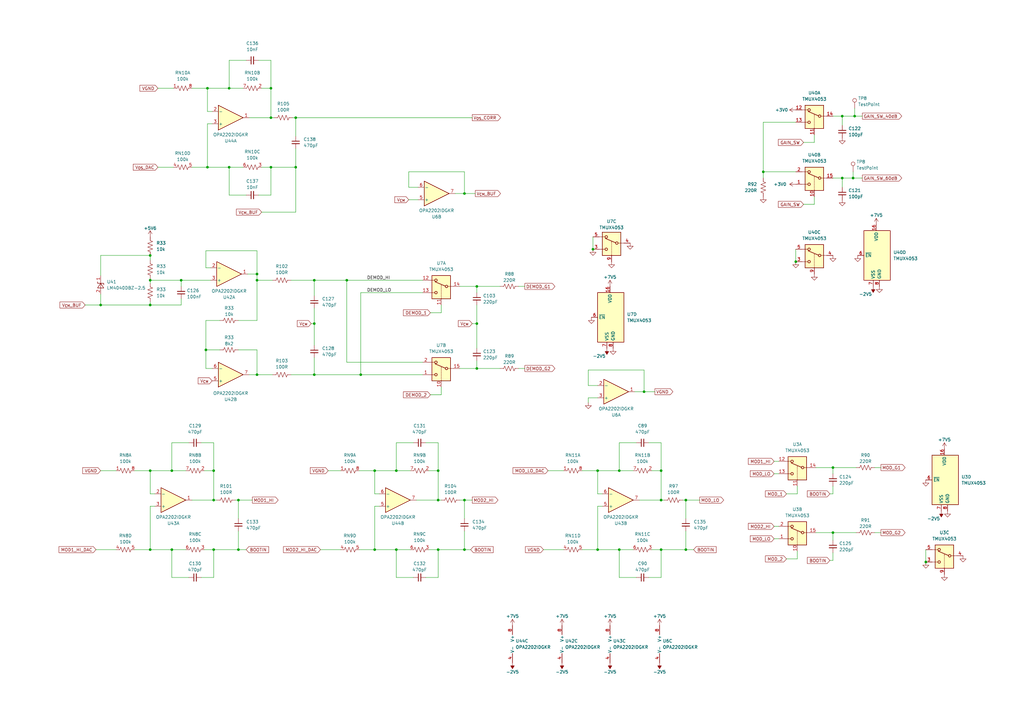
<source format=kicad_sch>
(kicad_sch (version 20230121) (generator eeschema)
  (paper "A3")
  (lib_symbols
    (symbol "Amplifier_Operational:OPA2202IDGKR" (pin_names (offset 0.127))
      (property "Reference" "U" (at 2.54 6.35 0))
      (property "Value" "OPA2202IDGKR" (at 2.54 3.81 0))
      (symbol "OPA2202IDGKR_1_1"
        (pin output line (at 7.62 0 180) (length 2.54) (name "~") (number "1"))
        (pin input line (at -7.62 -2.54 0) (length 2.54) (name "-") (number "2"))
        (pin input line (at -7.62 2.54 0) (length 2.54) (name "+") (number "3"))
      )
      (symbol "OPA2202IDGKR_2_1"
        (pin input line (at -7.62 2.54 0) (length 2.54) (name "+") (number "5"))
        (pin input line (at -7.62 -2.54 0) (length 2.54) (name "-") (number "6"))
        (pin output line (at 7.62 0 180) (length 2.54) (name "~") (number "7"))
      )
      (symbol "OPA2202IDGKR_3_1"
        (pin power_in line (at 0 -7.62 90) (length 3.81) (name "V-") (number "4"))
        (pin power_in line (at 0 7.62 270) (length 3.81) (name "V+") (number "8"))
      )
    )
    (symbol "Analog_Switch:TMUX4053"
      (property "Reference" "U" (at -0.635 5.715 0))
      (property "Value" "TMUX4053" (at -5.08 3.81 0))
      (symbol "TMUX4053_1_1"
        (pin input line (at 0 -10.16 90) (length 2.54) (name "~") (number "11"))
        (pin passive line (at 7.62 0 180) (length 2.54) (name "~") (number "12"))
        (pin passive line (at 7.62 -5.08 180) (length 2.54) (name "~") (number "13"))
        (pin passive line (at -7.62 -2.54 0) (length 2.54) (name "~") (number "14"))
      )
      (symbol "TMUX4053_2_1"
        (pin passive line (at 7.62 -5.08 180) (length 2.54) (name "~") (number "1"))
        (pin input line (at 0 -10.16 90) (length 2.54) (name "~") (number "10"))
        (pin passive line (at -7.62 -2.54 0) (length 2.54) (name "~") (number "15"))
        (pin passive line (at 7.62 0 180) (length 2.54) (name "~") (number "2"))
      )
      (symbol "TMUX4053_3_1"
        (pin passive line (at 7.62 -5.08 180) (length 2.54) (name "~") (number "3"))
        (pin passive line (at -7.62 -2.54 0) (length 2.54) (name "~") (number "4"))
        (pin passive line (at 7.62 0 180) (length 2.54) (name "~") (number "5"))
        (pin input line (at 0 -10.16 90) (length 2.54) (name "~") (number "9"))
      )
      (symbol "TMUX4053_4_0"
        (pin power_in line (at 0 12.7 270) (length 2.54) (name "VDD") (number "16"))
        (pin input line (at -7.62 0 0) (length 2.54) (name "~{EN}") (number "6"))
        (pin power_in line (at -1.27 -12.7 90) (length 2.54) (name "VSS") (number "7"))
        (pin power_in line (at 1.27 -12.7 90) (length 2.54) (name "GND") (number "8"))
      )
    )
    (symbol "Connector:TestPoint" (pin_numbers hide) (pin_names (offset 0.762) hide)
      (property "Reference" "TP" (at 0 6.858 0))
      (property "Value" "TestPoint" (at 0 5.08 0))
      (symbol "TestPoint_1_1"
        (pin passive line (at 0 0 90) (length 2.54) (name "1") (number "1"))
      )
    )
    (symbol "Device:C_Small" (pin_numbers hide) (pin_names (offset 0.254) hide)
      (property "Reference" "C" (at 0.254 1.778 0))
      (property "Value" "C_Small" (at 0.254 -2.032 0))
      (symbol "C_Small_1_1"
        (pin passive line (at 0 2.54 270) (length 2.032) (name "~") (number "1"))
        (pin passive line (at 0 -2.54 90) (length 2.032) (name "~") (number "2"))
      )
    )
    (symbol "Device:R_US" (pin_numbers hide) (pin_names (offset 0))
      (property "Reference" "R" (at 2.54 0 90))
      (property "Value" "R_US" (at -2.54 0 90))
      (symbol "R_US_1_1"
        (pin passive line (at 0 3.81 270) (length 1.27) (name "~") (number "1"))
        (pin passive line (at 0 -3.81 90) (length 1.27) (name "~") (number "2"))
      )
    )
    (symbol "Device:R_array_US_4parallel" (pin_names (offset 0))
      (property "Reference" "RN" (at 2.54 0 90))
      (property "Value" "R_array_US_4parallel" (at -2.54 0 90))
      (symbol "R_array_US_4parallel_1_1"
        (pin passive line (at 0 3.81 270) (length 1.27) (name "~") (number "1"))
        (pin passive line (at 0 -3.81 90) (length 1.27) (name "~") (number "8"))
      )
      (symbol "R_array_US_4parallel_2_1"
        (pin passive line (at 0 3.81 270) (length 1.27) (name "~") (number "2"))
        (pin passive line (at 0 -3.81 90) (length 1.27) (name "~") (number "7"))
      )
      (symbol "R_array_US_4parallel_3_1"
        (pin passive line (at 0 3.81 270) (length 1.27) (name "~") (number "3"))
        (pin passive line (at 0 -3.81 90) (length 1.27) (name "~") (number "6"))
      )
      (symbol "R_array_US_4parallel_4_1"
        (pin passive line (at 0 3.81 270) (length 1.27) (name "~") (number "4"))
        (pin passive line (at 0 -3.81 90) (length 1.27) (name "~") (number "5"))
      )
    )
    (symbol "Reference_Voltage:LM4040DBZ-2.5" (pin_names (offset 0.0254) hide)
      (property "Reference" "U" (at 0 2.54 0))
      (property "Value" "LM4040DBZ-2.5" (at 0 -3.175 0))
      (symbol "LM4040DBZ-2.5_1_1"
        (pin passive line (at 3.81 0 180) (length 2.54) (name "K") (number "1"))
        (pin passive line (at -3.81 0 0) (length 2.54) (name "A") (number "2"))
      )
    )
    (symbol "power:+3V0" (power) (pin_names (offset 0))
      (property "Value" "+3V0" (at 0 3.556 0))
      (symbol "+3V0_1_1"
        (pin power_in line (at 0 0 90) (length 0) hide (name "+3V0") (number "1"))
      )
    )
    (symbol "power:+5V6" (power) (pin_names (offset 0))
      (property "Value" "+5V6" (at 0 3.556 0))
      (symbol "+5V6_1_1"
        (pin power_in line (at 0 0 90) (length 0) hide (name "+5V6") (number "1"))
      )
    )
    (symbol "power:+7V5" (power) (pin_names (offset 0))
      (property "Value" "+7V5" (at 0 3.556 0))
      (symbol "+7V5_1_1"
        (pin power_in line (at 0 0 90) (length 0) hide (name "+7V5") (number "1"))
      )
    )
    (symbol "power:-2V5" (power) (pin_names (offset 0))
      (property "Value" "-2V5" (at 0 3.81 0))
      (symbol "-2V5_0_0"
        (pin power_in line (at 0 0 90) (length 0) hide (name "-2V5") (number "1"))
      )
    )
    (symbol "power:GND" (power) (pin_names (offset 0))
      (property "Value" "GND" (at 0 -3.81 0))
      (symbol "GND_1_1"
        (pin power_in line (at 0 0 270) (length 0) hide (name "GND") (number "1"))
      )
    )
  )
  (junction (at 93.98 68.58))
  (junction (at 341.63 218.44))
  (junction (at 190.5 79.375))
  (junction (at 147.955 153.67))
  (junction (at 345.44 47.625))
  (junction (at 179.705 225.425))
  (junction (at 264.16 160.655))
  (junction (at 97.79 225.425))
  (junction (at 271.145 225.425))
  (junction (at 281.305 225.425))
  (junction (at 326.39 107.315))
  (junction (at 87.63 205.105))
  (junction (at 128.905 114.935))
  (junction (at 379.73 230.505))
  (junction (at 41.275 125.095))
  (junction (at 271.145 205.105))
  (junction (at 61.595 193.04))
  (junction (at 85.09 36.195))
  (junction (at 243.205 102.235))
  (junction (at 111.125 36.195))
  (junction (at 128.905 132.715))
  (junction (at 349.885 73.025))
  (junction (at 190.5 205.105))
  (junction (at 345.44 73.025))
  (junction (at 87.63 193.04))
  (junction (at 153.67 193.04))
  (junction (at 84.455 143.51))
  (junction (at 70.485 193.04))
  (junction (at 254 225.425))
  (junction (at 195.58 132.715))
  (junction (at 153.67 225.425))
  (junction (at 195.58 151.13))
  (junction (at 162.56 193.04))
  (junction (at 162.56 225.425))
  (junction (at 190.5 225.425))
  (junction (at 61.595 125.095))
  (junction (at 61.595 104.775))
  (junction (at 111.125 68.58))
  (junction (at 313.055 70.485))
  (junction (at 281.305 205.105))
  (junction (at 245.11 225.425))
  (junction (at 179.705 205.105))
  (junction (at 254 193.04))
  (junction (at 121.285 48.26))
  (junction (at 350.52 47.625))
  (junction (at 61.595 225.425))
  (junction (at 142.24 114.935))
  (junction (at 97.79 205.105))
  (junction (at 93.98 36.195))
  (junction (at 245.11 193.04))
  (junction (at 179.705 193.04))
  (junction (at 271.145 193.04))
  (junction (at 105.41 153.67))
  (junction (at 105.41 112.395))
  (junction (at 341.63 191.77))
  (junction (at 111.125 48.26))
  (junction (at 74.295 114.935))
  (junction (at 85.09 68.58))
  (junction (at 61.595 114.935))
  (junction (at 121.285 68.58))
  (junction (at 105.41 114.935))
  (junction (at 195.58 117.475))
  (junction (at 87.63 225.425))
  (junction (at 70.485 225.425))
  (junction (at 128.905 153.67))
  (wire (pts (xy 264.16 160.655) (xy 268.605 160.655)))
  (wire (pts (xy 128.905 114.935) (xy 142.24 114.935)))
  (wire (pts (xy 241.3 158.115) (xy 241.3 151.765)))
  (wire (pts (xy 61.595 225.425) (xy 70.485 225.425)))
  (wire (pts (xy 241.3 163.195) (xy 241.3 165.1)))
  (wire (pts (xy 212.725 117.475) (xy 215.265 117.475)))
  (wire (pts (xy 327.025 229.235) (xy 327.025 226.06)))
  (wire (pts (xy 174.625 181.61) (xy 179.705 181.61)))
  (wire (pts (xy 97.79 143.51) (xy 105.41 143.51)))
  (wire (pts (xy 153.67 225.425) (xy 162.56 225.425)))
  (wire (pts (xy 107.315 36.195) (xy 111.125 36.195)))
  (wire (pts (xy 188.595 151.13) (xy 195.58 151.13)))
  (wire (pts (xy 281.305 205.105) (xy 281.305 212.725)))
  (wire (pts (xy 190.5 217.805) (xy 190.5 225.425)))
  (wire (pts (xy 63.5 207.645) (xy 61.595 207.645)))
  (wire (pts (xy 142.24 148.59) (xy 173.355 148.59)))
  (wire (pts (xy 175.895 193.04) (xy 179.705 193.04)))
  (wire (pts (xy 105.41 143.51) (xy 105.41 153.67)))
  (wire (pts (xy 190.5 70.485) (xy 190.5 79.375)))
  (wire (pts (xy 147.955 153.67) (xy 173.355 153.67)))
  (wire (pts (xy 93.98 36.195) (xy 93.98 24.765)))
  (wire (pts (xy 97.79 205.105) (xy 97.79 212.725)))
  (wire (pts (xy 84.455 143.51) (xy 84.455 151.13)))
  (wire (pts (xy 85.09 68.58) (xy 93.98 68.58)))
  (wire (pts (xy 340.36 202.565) (xy 341.63 202.565)))
  (wire (pts (xy 39.37 225.425) (xy 47.625 225.425)))
  (wire (pts (xy 85.09 50.8) (xy 85.09 68.58)))
  (wire (pts (xy 84.455 151.13) (xy 86.995 151.13)))
  (wire (pts (xy 271.145 181.61) (xy 271.145 193.04)))
  (wire (pts (xy 195.58 151.13) (xy 195.58 147.955)))
  (wire (pts (xy 245.11 207.645) (xy 245.11 225.425)))
  (wire (pts (xy 271.145 205.105) (xy 262.255 205.105)))
  (wire (pts (xy 127.635 132.715) (xy 128.905 132.715)))
  (wire (pts (xy 96.52 205.105) (xy 97.79 205.105)))
  (wire (pts (xy 245.11 202.565) (xy 245.11 193.04)))
  (wire (pts (xy 70.485 225.425) (xy 76.2 225.425)))
  (wire (pts (xy 87.63 236.855) (xy 87.63 225.425)))
  (wire (pts (xy 222.885 225.425) (xy 231.14 225.425)))
  (wire (pts (xy 267.335 225.425) (xy 271.145 225.425)))
  (wire (pts (xy 313.055 70.485) (xy 326.39 70.485)))
  (wire (pts (xy 64.77 68.58) (xy 71.12 68.58)))
  (wire (pts (xy 87.63 225.425) (xy 97.79 225.425)))
  (wire (pts (xy 280.035 205.105) (xy 281.305 205.105)))
  (wire (pts (xy 329.565 83.82) (xy 334.01 83.82)))
  (wire (pts (xy 176.53 128.27) (xy 180.975 128.27)))
  (wire (pts (xy 345.44 51.435) (xy 345.44 47.625)))
  (wire (pts (xy 212.725 151.13) (xy 215.265 151.13)))
  (wire (pts (xy 70.485 193.04) (xy 70.485 181.61)))
  (wire (pts (xy 55.245 193.04) (xy 61.595 193.04)))
  (wire (pts (xy 266.065 181.61) (xy 271.145 181.61)))
  (wire (pts (xy 41.275 193.04) (xy 47.625 193.04)))
  (wire (pts (xy 111.125 24.765) (xy 111.125 36.195)))
  (wire (pts (xy 241.3 151.765) (xy 264.16 151.765)))
  (wire (pts (xy 153.67 193.04) (xy 162.56 193.04)))
  (wire (pts (xy 85.09 36.195) (xy 93.98 36.195)))
  (wire (pts (xy 254 225.425) (xy 259.715 225.425)))
  (wire (pts (xy 61.595 114.935) (xy 61.595 116.205)))
  (wire (pts (xy 142.24 114.935) (xy 173.355 114.935)))
  (wire (pts (xy 247.015 207.645) (xy 245.11 207.645)))
  (wire (pts (xy 167.64 81.915) (xy 171.45 81.915)))
  (wire (pts (xy 345.44 73.025) (xy 349.885 73.025)))
  (wire (pts (xy 188.595 117.475) (xy 195.58 117.475)))
  (wire (pts (xy 131.445 225.425) (xy 139.7 225.425)))
  (wire (pts (xy 188.595 205.105) (xy 190.5 205.105)))
  (wire (pts (xy 105.41 153.67) (xy 111.76 153.67)))
  (wire (pts (xy 106.045 80.01) (xy 111.125 80.01)))
  (wire (pts (xy 121.285 86.995) (xy 107.315 86.995)))
  (wire (pts (xy 266.065 236.855) (xy 271.145 236.855)))
  (wire (pts (xy 147.955 120.015) (xy 173.355 120.015)))
  (wire (pts (xy 313.055 50.165) (xy 313.055 70.485)))
  (wire (pts (xy 190.5 205.105) (xy 190.5 212.725)))
  (wire (pts (xy 195.58 117.475) (xy 195.58 120.015)))
  (wire (pts (xy 345.44 76.835) (xy 345.44 73.025)))
  (wire (pts (xy 238.76 193.04) (xy 245.11 193.04)))
  (wire (pts (xy 86.995 50.8) (xy 85.09 50.8)))
  (wire (pts (xy 86.995 45.72) (xy 85.09 45.72)))
  (wire (pts (xy 90.17 131.445) (xy 84.455 131.445)))
  (wire (pts (xy 97.79 205.105) (xy 103.505 205.105)))
  (wire (pts (xy 61.595 193.04) (xy 70.485 193.04)))
  (wire (pts (xy 41.275 104.775) (xy 61.595 104.775)))
  (wire (pts (xy 190.5 225.425) (xy 193.04 225.425)))
  (wire (pts (xy 83.82 225.425) (xy 87.63 225.425)))
  (wire (pts (xy 245.11 193.04) (xy 254 193.04)))
  (wire (pts (xy 313.055 50.165) (xy 326.39 50.165)))
  (wire (pts (xy 267.335 193.04) (xy 271.145 193.04)))
  (wire (pts (xy 167.64 76.835) (xy 167.64 70.485)))
  (wire (pts (xy 70.485 181.61) (xy 77.47 181.61)))
  (wire (pts (xy 61.595 114.3) (xy 61.595 114.935)))
  (wire (pts (xy 271.145 193.04) (xy 271.145 205.105)))
  (wire (pts (xy 74.295 114.935) (xy 86.36 114.935)))
  (wire (pts (xy 281.305 217.805) (xy 281.305 225.425)))
  (wire (pts (xy 84.455 143.51) (xy 90.17 143.51)))
  (wire (pts (xy 120.015 48.26) (xy 121.285 48.26)))
  (wire (pts (xy 93.98 80.01) (xy 100.965 80.01)))
  (wire (pts (xy 180.975 128.27) (xy 180.975 125.095)))
  (wire (pts (xy 162.56 193.04) (xy 162.56 181.61)))
  (wire (pts (xy 317.5 189.23) (xy 319.405 189.23)))
  (wire (pts (xy 195.58 117.475) (xy 205.105 117.475)))
  (wire (pts (xy 327.025 202.565) (xy 327.025 199.39)))
  (wire (pts (xy 195.58 151.13) (xy 205.105 151.13)))
  (wire (pts (xy 334.645 191.77) (xy 341.63 191.77)))
  (wire (pts (xy 245.11 225.425) (xy 254 225.425)))
  (wire (pts (xy 105.41 131.445) (xy 97.79 131.445)))
  (wire (pts (xy 153.67 202.565) (xy 153.67 193.04)))
  (wire (pts (xy 190.5 205.105) (xy 193.675 205.105)))
  (wire (pts (xy 128.905 153.67) (xy 147.955 153.67)))
  (wire (pts (xy 334.645 218.44) (xy 341.63 218.44)))
  (wire (pts (xy 341.63 191.77) (xy 341.63 194.31)))
  (wire (pts (xy 63.5 202.565) (xy 61.595 202.565)))
  (wire (pts (xy 238.76 225.425) (xy 245.11 225.425)))
  (wire (pts (xy 105.41 102.87) (xy 105.41 112.395)))
  (wire (pts (xy 176.53 161.925) (xy 180.975 161.925)))
  (wire (pts (xy 264.16 151.765) (xy 264.16 160.655)))
  (wire (pts (xy 41.275 125.095) (xy 41.275 120.65)))
  (wire (pts (xy 179.705 181.61) (xy 179.705 193.04)))
  (wire (pts (xy 86.36 109.855) (xy 84.455 109.855)))
  (wire (pts (xy 61.595 207.645) (xy 61.595 225.425)))
  (wire (pts (xy 121.285 48.26) (xy 193.675 48.26)))
  (wire (pts (xy 329.565 58.42) (xy 334.01 58.42)))
  (wire (pts (xy 241.3 163.195) (xy 245.11 163.195)))
  (wire (pts (xy 175.895 225.425) (xy 179.705 225.425)))
  (wire (pts (xy 254 193.04) (xy 254 181.61)))
  (wire (pts (xy 93.98 24.765) (xy 100.965 24.765)))
  (wire (pts (xy 83.82 193.04) (xy 87.63 193.04)))
  (wire (pts (xy 167.64 70.485) (xy 190.5 70.485)))
  (wire (pts (xy 195.58 132.715) (xy 195.58 142.875)))
  (wire (pts (xy 190.5 79.375) (xy 194.945 79.375)))
  (wire (pts (xy 162.56 193.04) (xy 168.275 193.04)))
  (wire (pts (xy 162.56 236.855) (xy 169.545 236.855)))
  (wire (pts (xy 105.41 114.935) (xy 105.41 131.445)))
  (wire (pts (xy 61.595 125.095) (xy 74.295 125.095)))
  (wire (pts (xy 313.055 70.485) (xy 313.055 73.025)))
  (wire (pts (xy 254 236.855) (xy 260.985 236.855)))
  (wire (pts (xy 254 193.04) (xy 259.715 193.04)))
  (wire (pts (xy 93.98 68.58) (xy 99.695 68.58)))
  (wire (pts (xy 254 181.61) (xy 260.985 181.61)))
  (wire (pts (xy 334.01 83.82) (xy 334.01 80.645)))
  (wire (pts (xy 93.98 68.58) (xy 93.98 80.01)))
  (wire (pts (xy 341.63 218.44) (xy 341.63 221.615)))
  (wire (pts (xy 147.955 120.015) (xy 147.955 153.67)))
  (wire (pts (xy 340.36 229.87) (xy 341.63 229.87)))
  (wire (pts (xy 61.595 123.825) (xy 61.595 125.095)))
  (wire (pts (xy 179.705 205.105) (xy 170.815 205.105)))
  (wire (pts (xy 61.595 202.565) (xy 61.595 193.04)))
  (wire (pts (xy 97.79 225.425) (xy 100.965 225.425)))
  (wire (pts (xy 341.63 202.565) (xy 341.63 199.39)))
  (wire (pts (xy 317.5 194.31) (xy 319.405 194.31)))
  (wire (pts (xy 281.305 225.425) (xy 284.48 225.425)))
  (wire (pts (xy 128.905 132.715) (xy 128.905 126.365)))
  (wire (pts (xy 174.625 236.855) (xy 179.705 236.855)))
  (wire (pts (xy 78.74 68.58) (xy 85.09 68.58)))
  (wire (pts (xy 121.285 60.96) (xy 121.285 68.58)))
  (wire (pts (xy 128.905 132.715) (xy 128.905 141.605)))
  (wire (pts (xy 84.455 102.87) (xy 105.41 102.87)))
  (wire (pts (xy 87.63 205.105) (xy 78.74 205.105)))
  (wire (pts (xy 70.485 236.855) (xy 77.47 236.855)))
  (wire (pts (xy 128.905 114.935) (xy 128.905 121.285)))
  (wire (pts (xy 111.125 48.26) (xy 112.395 48.26)))
  (wire (pts (xy 74.295 117.475) (xy 74.295 114.935)))
  (wire (pts (xy 334.01 58.42) (xy 334.01 55.245)))
  (wire (pts (xy 105.41 112.395) (xy 105.41 114.935)))
  (wire (pts (xy 350.52 44.45) (xy 350.52 47.625)))
  (wire (pts (xy 281.305 205.105) (xy 287.02 205.105)))
  (wire (pts (xy 271.145 205.105) (xy 272.415 205.105)))
  (wire (pts (xy 224.79 193.04) (xy 231.14 193.04)))
  (wire (pts (xy 85.09 45.72) (xy 85.09 36.195)))
  (wire (pts (xy 74.295 125.095) (xy 74.295 122.555)))
  (wire (pts (xy 195.58 125.095) (xy 195.58 132.715)))
  (wire (pts (xy 147.32 225.425) (xy 153.67 225.425)))
  (wire (pts (xy 105.41 114.935) (xy 111.76 114.935)))
  (wire (pts (xy 341.63 229.87) (xy 341.63 226.695)))
  (wire (pts (xy 322.58 229.235) (xy 327.025 229.235)))
  (wire (pts (xy 82.55 181.61) (xy 87.63 181.61)))
  (wire (pts (xy 70.485 193.04) (xy 76.2 193.04)))
  (wire (pts (xy 64.77 36.195) (xy 71.12 36.195)))
  (wire (pts (xy 341.63 47.625) (xy 345.44 47.625)))
  (wire (pts (xy 34.925 125.095) (xy 41.275 125.095)))
  (wire (pts (xy 101.6 112.395) (xy 105.41 112.395)))
  (wire (pts (xy 41.275 104.775) (xy 41.275 113.03)))
  (wire (pts (xy 190.5 79.375) (xy 186.69 79.375)))
  (wire (pts (xy 264.16 160.655) (xy 260.35 160.655)))
  (wire (pts (xy 162.56 225.425) (xy 162.56 236.855)))
  (wire (pts (xy 142.24 114.935) (xy 142.24 148.59)))
  (wire (pts (xy 350.52 47.625) (xy 353.695 47.625)))
  (wire (pts (xy 121.285 68.58) (xy 121.285 86.995)))
  (wire (pts (xy 349.885 73.025) (xy 353.695 73.025)))
  (wire (pts (xy 245.11 158.115) (xy 241.3 158.115)))
  (wire (pts (xy 155.575 202.565) (xy 153.67 202.565)))
  (wire (pts (xy 87.63 205.105) (xy 88.9 205.105)))
  (wire (pts (xy 155.575 207.645) (xy 153.67 207.645)))
  (wire (pts (xy 111.125 80.01) (xy 111.125 68.58)))
  (wire (pts (xy 61.595 114.935) (xy 74.295 114.935)))
  (wire (pts (xy 254 225.425) (xy 254 236.855)))
  (wire (pts (xy 41.275 125.095) (xy 61.595 125.095)))
  (wire (pts (xy 317.5 220.98) (xy 319.405 220.98)))
  (wire (pts (xy 119.38 153.67) (xy 128.905 153.67)))
  (wire (pts (xy 87.63 181.61) (xy 87.63 193.04)))
  (wire (pts (xy 111.125 68.58) (xy 121.285 68.58)))
  (wire (pts (xy 111.125 36.195) (xy 111.125 48.26)))
  (wire (pts (xy 179.705 225.425) (xy 190.5 225.425)))
  (wire (pts (xy 70.485 225.425) (xy 70.485 236.855)))
  (wire (pts (xy 326.39 102.235) (xy 326.39 107.315)))
  (wire (pts (xy 84.455 109.855) (xy 84.455 102.87)))
  (wire (pts (xy 111.125 48.26) (xy 102.235 48.26)))
  (wire (pts (xy 358.775 191.77) (xy 361.315 191.77)))
  (wire (pts (xy 179.705 205.105) (xy 180.975 205.105)))
  (wire (pts (xy 247.015 202.565) (xy 245.11 202.565)))
  (wire (pts (xy 84.455 131.445) (xy 84.455 143.51)))
  (wire (pts (xy 322.58 202.565) (xy 327.025 202.565)))
  (wire (pts (xy 106.045 24.765) (xy 111.125 24.765)))
  (wire (pts (xy 180.975 161.925) (xy 180.975 158.75)))
  (wire (pts (xy 317.5 215.9) (xy 319.405 215.9)))
  (wire (pts (xy 121.285 48.26) (xy 121.285 55.88)))
  (wire (pts (xy 162.56 181.61) (xy 169.545 181.61)))
  (wire (pts (xy 271.145 236.855) (xy 271.145 225.425)))
  (wire (pts (xy 107.315 68.58) (xy 111.125 68.58)))
  (wire (pts (xy 105.41 153.67) (xy 102.235 153.67)))
  (wire (pts (xy 341.63 191.77) (xy 351.155 191.77)))
  (wire (pts (xy 128.905 146.685) (xy 128.905 153.67)))
  (wire (pts (xy 345.44 47.625) (xy 350.52 47.625)))
  (wire (pts (xy 345.44 73.025) (xy 341.63 73.025)))
  (wire (pts (xy 55.245 225.425) (xy 61.595 225.425)))
  (wire (pts (xy 82.55 236.855) (xy 87.63 236.855)))
  (wire (pts (xy 179.705 193.04) (xy 179.705 205.105)))
  (wire (pts (xy 379.73 225.425) (xy 379.73 230.505)))
  (wire (pts (xy 349.885 70.485) (xy 349.885 73.025)))
  (wire (pts (xy 119.38 114.935) (xy 128.905 114.935)))
  (wire (pts (xy 147.32 193.04) (xy 153.67 193.04)))
  (wire (pts (xy 179.705 236.855) (xy 179.705 225.425)))
  (wire (pts (xy 153.67 207.645) (xy 153.67 225.425)))
  (wire (pts (xy 97.79 217.805) (xy 97.79 225.425)))
  (wire (pts (xy 93.98 36.195) (xy 99.695 36.195)))
  (wire (pts (xy 243.205 97.155) (xy 243.205 102.235)))
  (wire (pts (xy 193.675 132.715) (xy 195.58 132.715)))
  (wire (pts (xy 87.63 193.04) (xy 87.63 205.105)))
  (wire (pts (xy 271.145 225.425) (xy 281.305 225.425)))
  (wire (pts (xy 358.775 218.44) (xy 361.315 218.44)))
  (wire (pts (xy 78.74 36.195) (xy 85.09 36.195)))
  (wire (pts (xy 341.63 218.44) (xy 351.155 218.44)))
  (wire (pts (xy 134.62 193.04) (xy 139.7 193.04)))
  (wire (pts (xy 61.595 104.775) (xy 61.595 106.68)))
  (wire (pts (xy 162.56 225.425) (xy 168.275 225.425)))
  (wire (pts (xy 171.45 76.835) (xy 167.64 76.835)))
  (label "DEMOD_HI" (at 150.495 114.935 0))
  (label "DEMOD_LO" (at 150.495 120.015 0))
  (global_label "BOOTIN" (shape input) (at 193.04 225.425 0) (property "Intersheetrefs" "${INTERSHEET_REFS}" (effects hide)))
  (global_label "DEMOD_G2" (shape output) (at 215.265 151.13 0) (property "Intersheetrefs" "${INTERSHEET_REFS}" (effects hide)))
  (global_label "MOD2_HI" (shape output) (at 193.675 205.105 0) (property "Intersheetrefs" "${INTERSHEET_REFS}" (effects hide)))
  (global_label "VGND" (shape input) (at 134.62 193.04 180) (property "Intersheetrefs" "${INTERSHEET_REFS}" (effects hide)))
  (global_label "MOD_LO_DAC" (shape input) (at 224.79 193.04 180) (property "Intersheetrefs" "${INTERSHEET_REFS}" (effects hide)))
  (global_label "GAIN_SW_60dB" (shape output) (at 353.695 73.025 0) (property "Intersheetrefs" "${INTERSHEET_REFS}" (effects hide)))
  (global_label "MOD_LO" (shape input) (at 317.5 194.31 180) (property "Intersheetrefs" "${INTERSHEET_REFS}" (effects hide)))
  (global_label "BOOTIN" (shape input) (at 340.36 229.87 180) (property "Intersheetrefs" "${INTERSHEET_REFS}" (effects hide)))
  (global_label "MOD_LO" (shape input) (at 317.5 220.98 180) (property "Intersheetrefs" "${INTERSHEET_REFS}" (effects hide)))
  (global_label "MOD_G2" (shape output) (at 361.315 218.44 0) (property "Intersheetrefs" "${INTERSHEET_REFS}" (effects hide)))
  (global_label "V_{CM}_BUF" (shape input) (at 107.315 86.995 180) (property "Intersheetrefs" "${INTERSHEET_REFS}" (effects hide)))
  (global_label "MOD1_HI_DAC" (shape input) (at 39.37 225.425 180) (property "Intersheetrefs" "${INTERSHEET_REFS}" (effects hide)))
  (global_label "MOD_2" (shape input) (at 322.58 229.235 180) (property "Intersheetrefs" "${INTERSHEET_REFS}" (effects hide)))
  (global_label "VGND" (shape output) (at 268.605 160.655 0) (property "Intersheetrefs" "${INTERSHEET_REFS}" (effects hide)))
  (global_label "MOD2_HI_DAC" (shape input) (at 131.445 225.425 180) (property "Intersheetrefs" "${INTERSHEET_REFS}" (effects hide)))
  (global_label "MOD_G1" (shape output) (at 361.315 191.77 0) (property "Intersheetrefs" "${INTERSHEET_REFS}" (effects hide)))
  (global_label "BOOTIN" (shape input) (at 284.48 225.425 0) (property "Intersheetrefs" "${INTERSHEET_REFS}" (effects hide)))
  (global_label "MOD1_HI" (shape output) (at 103.505 205.105 0) (property "Intersheetrefs" "${INTERSHEET_REFS}" (effects hide)))
  (global_label "MOD_LO" (shape output) (at 287.02 205.105 0) (property "Intersheetrefs" "${INTERSHEET_REFS}" (effects hide)))
  (global_label "BOOTIN" (shape input) (at 340.36 202.565 180) (property "Intersheetrefs" "${INTERSHEET_REFS}" (effects hide)))
  (global_label "V_{OS}_DAC" (shape input) (at 64.77 68.58 180) (property "Intersheetrefs" "${INTERSHEET_REFS}" (effects hide)))
  (global_label "V_{OS}_CORR" (shape output) (at 193.675 48.26 0) (property "Intersheetrefs" "${INTERSHEET_REFS}" (effects hide)))
  (global_label "V_{CM}" (shape input) (at 167.64 81.915 180) (property "Intersheetrefs" "${INTERSHEET_REFS}" (effects hide)))
  (global_label "MOD_1" (shape input) (at 322.58 202.565 180) (property "Intersheetrefs" "${INTERSHEET_REFS}" (effects hide)))
  (global_label "MOD1_HI" (shape input) (at 317.5 189.23 180) (property "Intersheetrefs" "${INTERSHEET_REFS}" (effects hide)))
  (global_label "GAIN_SW" (shape input) (at 329.565 83.82 180) (property "Intersheetrefs" "${INTERSHEET_REFS}" (effects hide)))
  (global_label "BOOTIN" (shape input) (at 100.965 225.425 0) (property "Intersheetrefs" "${INTERSHEET_REFS}" (effects hide)))
  (global_label "MOD2_HI" (shape input) (at 317.5 215.9 180) (property "Intersheetrefs" "${INTERSHEET_REFS}" (effects hide)))
  (global_label "VGND" (shape input) (at 41.275 193.04 180) (property "Intersheetrefs" "${INTERSHEET_REFS}" (effects hide)))
  (global_label "GAIN_SW" (shape input) (at 329.565 58.42 180) (property "Intersheetrefs" "${INTERSHEET_REFS}" (effects hide)))
  (global_label "V_{CM}" (shape input) (at 127.635 132.715 180) (property "Intersheetrefs" "${INTERSHEET_REFS}" (effects hide)))
  (global_label "GAIN_SW_40dB" (shape output) (at 353.695 47.625 0) (property "Intersheetrefs" "${INTERSHEET_REFS}" (effects hide)))
  (global_label "V_{CM}" (shape input) (at 193.675 132.715 180) (property "Intersheetrefs" "${INTERSHEET_REFS}" (effects hide)))
  (global_label "VGND" (shape input) (at 64.77 36.195 180) (property "Intersheetrefs" "${INTERSHEET_REFS}" (effects hide)))
  (global_label "V_{CM}_BUF" (shape output) (at 194.945 79.375 0) (property "Intersheetrefs" "${INTERSHEET_REFS}" (effects hide)))
  (global_label "V_{CM}" (shape input) (at 86.995 156.21 180) (property "Intersheetrefs" "${INTERSHEET_REFS}" (effects hide)))
  (global_label "DEMOD_G1" (shape output) (at 215.265 117.475 0) (property "Intersheetrefs" "${INTERSHEET_REFS}" (effects hide)))
  (global_label "VGND" (shape input) (at 222.885 225.425 180) (property "Intersheetrefs" "${INTERSHEET_REFS}" (effects hide)))
  (global_label "DEMOD_1" (shape input) (at 176.53 128.27 180) (property "Intersheetrefs" "${INTERSHEET_REFS}" (effects hide)))
  (global_label "V_{CM}_BUF" (shape input) (at 34.925 125.095 180) (property "Intersheetrefs" "${INTERSHEET_REFS}" (effects hide)))
  (global_label "DEMOD_2" (shape input) (at 176.53 161.925 180) (property "Intersheetrefs" "${INTERSHEET_REFS}" (effects hide)))
  (symbol (lib_id "Amplifier_Operational:OPA2202IDGKR") (at 163.195 205.105 0) (mirror x) (unit 2)
    (property "Reference" "U44" (at 163.195 214.63 0))
    (property "Value" "OPA2202IDGKR" (at 163.195 212.09 0))
    (property "Footprint" "Package_SO:MSOP-8_3x3mm_P0.65mm" (effects hide))
    (property "Datasheet" "https://www.ti.com/lit/ds/symlink/opa2202.pdf" (effects hide))
    (instances (project "nV-Meter_rev_b" (path "" (reference "U44") (unit 2)) (path "" (reference "U7") (unit 2))))
  )
  (symbol (lib_id "power:-2V5") (at 210.185 271.78 180) (unit 1)
    (property "Reference" "#PWR0110" (effects hide))
    (property "Value" "-2V5" (at 210.185 275.59 0))
  )
  (symbol (lib_id "Device:R_US") (at 61.595 100.965 180) (unit 1)
    (property "Reference" "R33" (at 64.135 99.695 0) (effects (justify right)))
    (property "Value" "10k" (at 64.135 102.235 0) (effects (justify right)))
    (property "Footprint" "Resistor_SMD:R_0603_1608Metric_red" (effects hide))
    (property "In stock" "X" (effects hide))
    (instances (project "nV-Meter_rev_b" (path "" (reference "R33") (unit 1)) (path "" (reference "R96") (unit 1)) (path "" (reference "R62") (unit 1))))
  )
  (symbol (lib_id "Reference_Voltage:LM4040DBZ-2.5") (at 41.275 116.84 90) (unit 1)
    (property "Reference" "U41" (at 43.815 115.57 90) (effects (justify right)))
    (property "Value" "LM4040DBZ-2.5" (at 43.815 118.11 90) (effects (justify right)))
    (property "Footprint" "Package_TO_SOT_SMD:SOT-23" (effects hide))
    (property "Datasheet" "http://www.ti.com/lit/ds/symlink/lm4040-n.pdf" (effects hide))
    (instances (project "nV-Meter_rev_b" (path "" (reference "U41") (unit 1)) (path "" (reference "U3") (unit 1))))
  )
  (symbol (lib_id "power:-2V5") (at 270.51 271.78 180) (unit 1)
    (property "Reference" "#PWR0113" (effects hide))
    (property "Value" "-2V5" (at 270.51 275.59 0))
  )
  (symbol (lib_id "Analog_Switch:TMUX4053") (at 387.35 225.425 0) (mirror y) (unit 3)
    (property "Reference" "U3" (at 387.35 218.44 0))
    (property "Value" "TMUX4053" (at 387.35 220.98 0))
    (property "Footprint" "Package_SO:TSSOP-16_4.4x5mm_P0.65mm" (effects hide))
    (property "Datasheet" "https://www.ti.com/lit/ds/symlink/tmux4053.pdf" (effects hide))
    (instances (project "nV-Meter_rev_b" (path "" (reference "U3") (unit 3)) (path "" (reference "U41") (unit 3))))
  )
  (symbol (lib_id "Amplifier_Operational:OPA2202IDGKR") (at 94.615 153.67 0) (mirror x) (unit 2)
    (property "Reference" "U42" (at 94.615 163.83 0))
    (property "Value" "OPA2202IDGKR" (at 94.615 161.29 0))
    (property "Footprint" "Package_SO:MSOP-8_3x3mm_P0.65mm" (effects hide))
    (property "Datasheet" "https://www.ti.com/lit/ds/symlink/opa2202.pdf" (effects hide))
    (instances (project "nV-Meter_rev_b" (path "" (reference "U42") (unit 2)) (path "" (reference "U35") (unit 2))))
  )
  (symbol (lib_id "power:+7V5") (at 359.41 92.075 0) (unit 1)
    (property "Reference" "#PWR0157" (effects hide))
    (property "Value" "+7V5" (at 359.41 88.265 0))
  )
  (symbol (lib_id "power:-2V5") (at 386.08 209.55 180) (unit 1)
    (property "Reference" "#PWR0104" (effects hide))
    (property "Value" "-2V5" (at 382.905 212.725 0))
  )
  (symbol (lib_id "Device:R_US") (at 354.965 218.44 270) (unit 1)
    (property "Reference" "R91" (at 354.965 213.36 90))
    (property "Value" "220R" (at 354.965 215.9 90))
    (property "Footprint" "Resistor_SMD:R_0603_1608Metric_red" (effects hide))
    (property "Mouser P/N" "754-RR0816P-332D" (effects hide))
    (property "Vendor" "754-RR0816P-332D" (effects hide))
    (property "In stock" "X" (effects hide))
    (instances (project "nV-Meter_rev_b" (path "" (reference "R91") (unit 1)) (path "" (reference "R81") (unit 1))))
  )
  (symbol (lib_id "power:+7V5") (at 387.35 184.15 0) (unit 1)
    (property "Reference" "#PWR0105" (effects hide))
    (property "Value" "+7V5" (at 387.35 180.34 0))
  )
  (symbol (lib_id "power:+3V0") (at 326.39 45.085 90) (unit 1)
    (property "Reference" "#PWR0195" (effects hide))
    (property "Value" "+3V0" (at 323.215 45.085 90) (effects (justify left)))
    (instances (project "nV-Meter_rev_b" (path "" (reference "#PWR0195") (unit 1)) (path "" (reference "#PWR0120") (unit 1))))
  )
  (symbol (lib_id "Device:R_array_US_4parallel") (at 51.435 193.04 90) (unit 1)
    (property "Reference" "RN8" (at 51.435 186.69 90))
    (property "Value" "100k" (at 51.435 189.23 90))
    (instances (project "nV-Meter_rev_b" (path "" (reference "RN8") (unit 1)) (path "" (reference "RN5") (unit 1))))
  )
  (symbol (lib_id "Device:C_Small") (at 341.63 224.155 0) (unit 1)
    (property "Reference" "C125" (at 344.17 222.8913 0) (effects (justify left)))
    (property "Value" "220pF" (at 344.17 225.4313 0) (effects (justify left)))
    (property "Footprint" "Capacitor_SMD:C_0603_1608Metric_red_outline" (effects hide))
    (property "Field4" "C0G" (effects hide))
    (property "In stock" "X" (effects hide))
    (instances (project "nV-Meter_rev_b" (path "" (reference "C125") (unit 1)) (path "" (reference "C116") (unit 1))))
  )
  (symbol (lib_id "Device:C_Small") (at 172.085 236.855 90) (mirror x) (unit 1)
    (property "Reference" "C132" (at 172.085 231.14 90))
    (property "Value" "470pF" (at 172.085 233.68 90))
    (property "Footprint" "Capacitor_SMD:C_0603_1608Metric_red_outline" (effects hide))
    (property "Field4" "C0G" (effects hide))
    (property "In stock" "X" (effects hide))
    (instances (project "nV-Meter_rev_b" (path "" (reference "C132") (unit 1)) (path "" (reference "C95") (unit 1))))
  )
  (symbol (lib_id "Device:R_US") (at 61.595 120.015 180) (unit 1)
    (property "Reference" "R33" (at 64.135 118.745 0) (effects (justify right)))
    (property "Value" "10k" (at 64.135 121.285 0) (effects (justify right)))
    (property "Footprint" "Resistor_SMD:R_0603_1608Metric_red" (effects hide))
    (property "In stock" "X" (effects hide))
    (instances (project "nV-Meter_rev_b" (path "" (reference "R33") (unit 1)) (path "" (reference "R94") (unit 1)) (path "" (reference "R65") (unit 1))))
  )
  (symbol (lib_id "power:+5V6") (at 61.595 97.155 0) (mirror y) (unit 1)
    (property "Reference" "#PWR072" (effects hide))
    (property "Value" "+5V6" (at 61.595 93.599 0))
    (instances (project "nV-Meter_rev_b" (path "" (reference "#PWR072") (unit 1)) (path "" (reference "#PWR01") (unit 1))))
  )
  (symbol (lib_id "Device:R_US") (at 115.57 153.67 270) (unit 1)
    (property "Reference" "R103" (at 115.57 147.955 90))
    (property "Value" "100R" (at 115.57 150.495 90))
    (property "Footprint" "Resistor_SMD:R_0603_1608Metric_red" (effects hide))
    (property "In stock" "X" (effects hide))
    (instances (project "nV-Meter_rev_b" (path "" (reference "R103") (unit 1)) (path "" (reference "R71") (unit 1))))
  )
  (symbol (lib_id "Device:R_US") (at 92.71 205.105 270) (unit 1)
    (property "Reference" "R101" (at 92.71 199.39 90))
    (property "Value" "100R" (at 92.71 201.93 90))
    (property "Footprint" "Resistor_SMD:R_0603_1608Metric_red" (effects hide))
    (property "In stock" "X" (effects hide))
    (instances (project "nV-Meter_rev_b" (path "" (reference "R101") (unit 1)) (path "" (reference "R67") (unit 1))))
  )
  (symbol (lib_id "Device:C_Small") (at 190.5 215.265 0) (unit 1)
    (property "Reference" "C134" (at 193.675 214.0013 0) (effects (justify left)))
    (property "Value" "470pF" (at 193.675 216.5413 0) (effects (justify left)))
    (property "Footprint" "Capacitor_SMD:C_0603_1608Metric_red_outline" (effects hide))
    (property "Field4" "C0G" (effects hide))
    (property "In stock" "X" (effects hide))
    (instances (project "nV-Meter_rev_b" (path "" (reference "C134") (unit 1)) (path "" (reference "C96") (unit 1))))
  )
  (symbol (lib_id "power:-2V5") (at 358.14 117.475 180) (unit 1)
    (property "Reference" "#PWR0114" (effects hide))
    (property "Value" "-2V5" (at 354.965 120.65 0))
  )
  (symbol (lib_id "Analog_Switch:TMUX4053") (at 359.41 104.775 0) (unit 4)
    (property "Reference" "U40" (at 366.395 103.505 0) (effects (justify left)))
    (property "Value" "TMUX4053" (at 366.395 106.045 0) (effects (justify left)))
    (property "Footprint" "Package_SO:TSSOP-16_4.4x5mm_P0.65mm" (effects hide))
    (property "Datasheet" "https://www.ti.com/lit/ds/symlink/tmux4053.pdf" (effects hide))
  )
  (symbol (lib_id "Device:R_US") (at 61.595 110.49 180) (unit 1)
    (property "Reference" "R33" (at 64.135 109.22 0) (effects (justify right)))
    (property "Value" "10k" (at 64.135 111.76 0) (effects (justify right)))
    (property "Footprint" "Resistor_SMD:R_0603_1608Metric_red" (effects hide))
    (property "In stock" "X" (effects hide))
    (instances (project "nV-Meter_rev_b" (path "" (reference "R33") (unit 1)) (path "" (reference "R95") (unit 1)) (path "" (reference "R64") (unit 1))))
  )
  (symbol (lib_id "Device:C_Small") (at 103.505 24.765 90) (unit 1)
    (property "Reference" "C136" (at 103.5113 17.78 90))
    (property "Value" "10nF" (at 103.5113 20.32 90))
    (property "Footprint" "Capacitor_SMD:C_0603_1608Metric_red_outline" (effects hide))
    (property "Field4" "C0G" (effects hide))
    (property "In stock" "X" (effects hide))
    (instances (project "nV-Meter_rev_b" (path "" (reference "C136") (unit 1)) (path "" (reference "C58") (unit 1))))
  )
  (symbol (lib_id "Analog_Switch:TMUX4053") (at 327.025 189.23 0) (mirror y) (unit 1)
    (property "Reference" "U3" (at 327.025 182.245 0))
    (property "Value" "TMUX4053" (at 327.025 184.785 0))
    (property "Footprint" "Package_SO:TSSOP-16_4.4x5mm_P0.65mm" (effects hide))
    (property "Datasheet" "https://www.ti.com/lit/ds/symlink/tmux4053.pdf" (effects hide))
    (instances (project "nV-Meter_rev_b" (path "" (reference "U3") (unit 1)) (path "" (reference "U41") (unit 1))))
  )
  (symbol (lib_id "Connector:TestPoint") (at 349.885 70.485 0) (unit 1)
    (property "Reference" "TP8" (at 351.282 66.3483 0) (effects (justify left)))
    (property "Value" "TestPoint" (at 351.282 68.8852 0) (effects (justify left)))
    (property "Footprint" "TestPoint:TestPoint_Pad_D1.0mm" (effects hide))
    (instances (project "nV-Meter_rev_b" (path "" (reference "TP8") (unit 1)) (path "" (reference "TP14") (unit 1)) (path "" (reference "TP6") (unit 1))))
  )
  (symbol (lib_id "Device:C_Small") (at 172.085 181.61 90) (unit 1)
    (property "Reference" "C131" (at 172.0913 174.625 90))
    (property "Value" "470pF" (at 172.0913 177.165 90))
    (property "Footprint" "Capacitor_SMD:C_0603_1608Metric_red_outline" (effects hide))
    (property "Field4" "C0G" (effects hide))
    (property "In stock" "X" (effects hide))
    (instances (project "nV-Meter_rev_b" (path "" (reference "C131") (unit 1)) (path "" (reference "C94") (unit 1))))
  )
  (symbol (lib_id "Device:R_US") (at 115.57 114.935 270) (unit 1)
    (property "Reference" "R102" (at 115.57 109.22 90))
    (property "Value" "100R" (at 115.57 111.76 90))
    (property "Footprint" "Resistor_SMD:R_0603_1608Metric_red" (effects hide))
    (property "In stock" "X" (effects hide))
    (instances (project "nV-Meter_rev_b" (path "" (reference "R102") (unit 1)) (path "" (reference "R70") (unit 1))))
  )
  (symbol (lib_id "power:GND") (at 379.73 196.85 0) (mirror y) (unit 1)
    (property "Reference" "#PWR0170" (effects hide))
    (property "Value" "GND" (effects hide))
    (instances (project "nV-Meter_rev_b" (path "" (reference "#PWR0170") (unit 1)) (path "" (reference "#PWR0100") (unit 1))))
  )
  (symbol (lib_id "Device:C_Small") (at 103.505 80.01 90) (mirror x) (unit 1)
    (property "Reference" "C137" (at 103.505 74.295 90))
    (property "Value" "10nF" (at 103.505 76.835 90))
    (property "Footprint" "Capacitor_SMD:C_0603_1608Metric_red_outline" (effects hide))
    (property "Field4" "C0G" (effects hide))
    (property "In stock" "X" (effects hide))
    (instances (project "nV-Meter_rev_b" (path "" (reference "C137") (unit 1)) (path "" (reference "C72") (unit 1))))
  )
  (symbol (lib_id "Device:C_Small") (at 341.63 196.85 0) (unit 1)
    (property "Reference" "C124" (at 344.17 195.5863 0) (effects (justify left)))
    (property "Value" "220pF" (at 344.17 198.1263 0) (effects (justify left)))
    (property "Footprint" "Capacitor_SMD:C_0603_1608Metric_red_outline" (effects hide))
    (property "Field4" "C0G" (effects hide))
    (property "In stock" "X" (effects hide))
    (instances (project "nV-Meter_rev_b" (path "" (reference "C124") (unit 1)) (path "" (reference "C115") (unit 1))))
  )
  (symbol (lib_id "power:+7V5") (at 230.505 256.54 0) (unit 1)
    (property "Reference" "#PWR0117" (effects hide))
    (property "Value" "+7V5" (at 230.505 252.73 0))
  )
  (symbol (lib_id "power:GND") (at 250.825 107.315 0) (mirror y) (unit 1)
    (property "Reference" "#PWR0221" (effects hide))
    (property "Value" "GND" (effects hide))
    (instances (project "nV-Meter_rev_b" (path "" (reference "#PWR0221") (unit 1)) (path "" (reference "#PWR092") (unit 1))))
  )
  (symbol (lib_id "Analog_Switch:TMUX4053") (at 334.01 102.235 0) (mirror y) (unit 3)
    (property "Reference" "U40" (at 334.01 95.25 0))
    (property "Value" "TMUX4053" (at 334.01 97.79 0))
    (property "Footprint" "Package_SO:TSSOP-16_4.4x5mm_P0.65mm" (effects hide))
    (property "Datasheet" "https://www.ti.com/lit/ds/symlink/tmux4053.pdf" (effects hide))
  )
  (symbol (lib_id "Device:C_Small") (at 80.01 236.855 90) (mirror x) (unit 1)
    (property "Reference" "C130" (at 80.01 231.14 90))
    (property "Value" "470pF" (at 80.01 233.68 90))
    (property "Footprint" "Capacitor_SMD:C_0603_1608Metric_red_outline" (effects hide))
    (property "Field4" "C0G" (effects hide))
    (property "In stock" "X" (effects hide))
    (instances (project "nV-Meter_rev_b" (path "" (reference "C130") (unit 1)) (path "" (reference "C82") (unit 1))))
  )
  (symbol (lib_id "Device:R_array_US_4parallel") (at 234.95 193.04 90) (unit 1)
    (property "Reference" "RN11" (at 234.95 186.69 90))
    (property "Value" "100k" (at 234.95 189.23 90))
    (instances (project "nV-Meter_rev_b" (path "" (reference "RN11") (unit 1)) (path "" (reference "RN8") (unit 1))))
  )
  (symbol (lib_id "Amplifier_Operational:OPA2202IDGKR") (at 93.98 112.395 0) (mirror x) (unit 1)
    (property "Reference" "U42" (at 93.98 121.92 0))
    (property "Value" "OPA2202IDGKR" (at 93.98 119.38 0))
    (property "Footprint" "Package_SO:MSOP-8_3x3mm_P0.65mm" (effects hide))
    (property "Datasheet" "https://www.ti.com/lit/ds/symlink/opa2202.pdf" (effects hide))
    (instances (project "nV-Meter_rev_b" (path "" (reference "U42") (unit 1)) (path "" (reference "U35") (unit 1))))
  )
  (symbol (lib_id "power:GND") (at 379.73 230.505 0) (mirror y) (unit 1)
    (property "Reference" "#PWR0219" (effects hide))
    (property "Value" "GND" (effects hide))
    (instances (project "nV-Meter_rev_b" (path "" (reference "#PWR0219") (unit 1)) (path "" (reference "#PWR0103") (unit 1))))
  )
  (symbol (lib_id "Connector:TestPoint") (at 350.52 44.45 0) (unit 1)
    (property "Reference" "TP8" (at 351.917 40.3133 0) (effects (justify left)))
    (property "Value" "TestPoint" (at 351.917 42.8502 0) (effects (justify left)))
    (property "Footprint" "TestPoint:TestPoint_Pad_D1.0mm" (effects hide))
    (instances (project "nV-Meter_rev_b" (path "" (reference "TP8") (unit 1)) (path "" (reference "TP13") (unit 1)) (path "" (reference "TP11") (unit 1))))
  )
  (symbol (lib_id "Device:C_Small") (at 80.01 181.61 90) (unit 1)
    (property "Reference" "C129" (at 80.0163 174.625 90))
    (property "Value" "470pF" (at 80.0163 177.165 90))
    (property "Footprint" "Capacitor_SMD:C_0603_1608Metric_red_outline" (effects hide))
    (property "Field4" "C0G" (effects hide))
    (property "In stock" "X" (effects hide))
    (instances (project "nV-Meter_rev_b" (path "" (reference "C129") (unit 1)) (path "" (reference "C81") (unit 1))))
  )
  (symbol (lib_id "power:GND") (at 326.39 107.315 0) (mirror y) (unit 1)
    (property "Reference" "#PWR0228" (effects hide))
    (property "Value" "GND" (effects hide))
    (instances (project "nV-Meter_rev_b" (path "" (reference "#PWR0228") (unit 1)) (path "" (reference "#PWR0122") (unit 1))))
  )
  (symbol (lib_id "Device:C_Small") (at 345.44 53.975 0) (unit 1)
    (property "Reference" "C122" (at 347.98 52.7113 0) (effects (justify left)))
    (property "Value" "100pF" (at 347.98 55.2513 0) (effects (justify left)))
    (property "Footprint" "Capacitor_SMD:C_0603_1608Metric_red_outline" (effects hide))
    (property "Field4" "C0G" (effects hide))
    (property "In stock" "X" (effects hide))
    (instances (project "nV-Meter_rev_b" (path "" (reference "C122") (unit 1)) (path "" (reference "C121") (unit 1))))
  )
  (symbol (lib_id "power:-2V5") (at 250.19 271.78 180) (unit 1)
    (property "Reference" "#PWR0112" (effects hide))
    (property "Value" "-2V5" (at 250.19 275.59 0))
  )
  (symbol (lib_id "power:+7V5") (at 250.19 117.475 0) (unit 1)
    (property "Reference" "#PWR090" (effects hide))
    (property "Value" "+7V5" (at 250.19 113.665 0))
  )
  (symbol (lib_id "Amplifier_Operational:OPA2202IDGKR") (at 71.12 205.105 0) (mirror x) (unit 1)
    (property "Reference" "U43" (at 71.12 214.63 0))
    (property "Value" "OPA2202IDGKR" (at 71.12 212.09 0))
    (property "Footprint" "Package_SO:MSOP-8_3x3mm_P0.65mm" (effects hide))
    (property "Datasheet" "https://www.ti.com/lit/ds/symlink/opa2202.pdf" (effects hide))
    (instances (project "nV-Meter_rev_b" (path "" (reference "U43") (unit 1)) (path "" (reference "U7") (unit 1))))
  )
  (symbol (lib_id "Analog_Switch:TMUX4053") (at 327.025 215.9 0) (mirror y) (unit 2)
    (property "Reference" "U3" (at 327.025 208.915 0))
    (property "Value" "TMUX4053" (at 327.025 211.455 0))
    (property "Footprint" "Package_SO:TSSOP-16_4.4x5mm_P0.65mm" (effects hide))
    (property "Datasheet" "https://www.ti.com/lit/ds/symlink/tmux4053.pdf" (effects hide))
    (instances (project "nV-Meter_rev_b" (path "" (reference "U3") (unit 2)) (path "" (reference "U41") (unit 2))))
  )
  (symbol (lib_id "Device:C_Small") (at 74.295 120.015 180) (unit 1)
    (property "Reference" "C126" (at 76.6191 119.1739 0) (effects (justify right)))
    (property "Value" "100nF" (at 76.6191 121.7108 0) (effects (justify right)))
    (property "Footprint" "Capacitor_SMD:C_1206_3216Metric_Red" (effects hide))
    (property "Field4" "C0G" (effects hide))
    (property "In stock" "X" (effects hide))
    (instances (project "nV-Meter_rev_b" (path "" (reference "C126") (unit 1)) (path "" (reference "C79") (unit 1))))
  )
  (symbol (lib_id "Device:C_Small") (at 195.58 122.555 0) (unit 1)
    (property "Reference" "C103" (at 198.12 121.2913 0) (effects (justify left)))
    (property "Value" "220pF" (at 198.12 123.8313 0) (effects (justify left)))
    (property "Footprint" "Capacitor_SMD:C_0603_1608Metric_red_outline" (effects hide))
    (property "Field4" "C0G" (effects hide))
    (property "In stock" "X" (effects hide))
    (instances (project "nV-Meter_rev_b" (path "" (reference "C103") (unit 1)) (path "" (reference "C97") (unit 1))))
  )
  (symbol (lib_id "power:GND") (at 345.44 56.515 0) (mirror y) (unit 1)
    (property "Reference" "#PWR0223" (effects hide))
    (property "Value" "GND" (effects hide))
    (instances (project "nV-Meter_rev_b" (path "" (reference "#PWR0223") (unit 1)) (path "" (reference "#PWR0130") (unit 1))))
  )
  (symbol (lib_id "Device:R_array_US_4parallel") (at 172.085 193.04 270) (unit 2)
    (property "Reference" "RN9" (at 172.085 186.69 90))
    (property "Value" "100k" (at 172.085 189.23 90))
    (instances (project "nV-Meter_rev_b" (path "" (reference "RN9") (unit 2)) (path "" (reference "RN7") (unit 2))))
  )
  (symbol (lib_id "power:GND") (at 313.055 80.645 0) (mirror y) (unit 1)
    (property "Reference" "#PWR0223" (effects hide))
    (property "Value" "GND" (effects hide))
    (instances (project "nV-Meter_rev_b" (path "" (reference "#PWR0223") (unit 1)) (path "" (reference "#PWR0119") (unit 1))))
  )
  (symbol (lib_id "Amplifier_Operational:OPA2202IDGKR") (at 210.185 264.16 0) (unit 3)
    (property "Reference" "U44" (at 211.455 262.89 0) (effects (justify left)))
    (property "Value" "OPA2202IDGKR" (at 211.455 265.43 0) (effects (justify left)))
    (property "Footprint" "Package_SO:MSOP-8_3x3mm_P0.65mm" (effects hide))
    (property "Datasheet" "https://www.ti.com/lit/ds/symlink/opa2202.pdf" (effects hide))
    (instances (project "nV-Meter_rev_b" (path "" (reference "U44") (unit 3)) (path "" (reference "U6") (unit 3))))
  )
  (symbol (lib_id "power:GND") (at 258.445 99.695 0) (mirror y) (unit 1)
    (property "Reference" "#PWR0223" (effects hide))
    (property "Value" "GND" (effects hide))
    (instances (project "nV-Meter_rev_b" (path "" (reference "#PWR0223") (unit 1)) (path "" (reference "#PWR095") (unit 1))))
  )
  (symbol (lib_id "Device:C_Small") (at 195.58 145.415 0) (unit 1)
    (property "Reference" "C123" (at 198.12 144.1513 0) (effects (justify left)))
    (property "Value" "220pF" (at 198.12 146.6913 0) (effects (justify left)))
    (property "Footprint" "Capacitor_SMD:C_0603_1608Metric_red_outline" (effects hide))
    (property "Field4" "C0G" (effects hide))
    (property "In stock" "X" (effects hide))
    (instances (project "nV-Meter_rev_b" (path "" (reference "C123") (unit 1)) (path "" (reference "C98") (unit 1))))
  )
  (symbol (lib_id "Amplifier_Operational:OPA2202IDGKR") (at 270.51 264.16 0) (unit 3)
    (property "Reference" "U6" (at 271.78 262.89 0) (effects (justify left)))
    (property "Value" "OPA2202IDGKR" (at 271.78 265.43 0) (effects (justify left)))
    (property "Footprint" "Package_SO:MSOP-8_3x3mm_P0.65mm" (effects hide))
    (property "Datasheet" "https://www.ti.com/lit/ds/symlink/opa2202.pdf" (effects hide))
    (instances (project "nV-Meter_rev_b" (path "" (reference "U6") (unit 3)) (path "" (reference "U38") (unit 3))))
  )
  (symbol (lib_id "Device:C_Small") (at 97.79 215.265 0) (unit 1)
    (property "Reference" "C133" (at 100.965 214.0013 0) (effects (justify left)))
    (property "Value" "470pF" (at 100.965 216.5413 0) (effects (justify left)))
    (property "Footprint" "Capacitor_SMD:C_0603_1608Metric_red_outline" (effects hide))
    (property "Field4" "C0G" (effects hide))
    (property "In stock" "X" (effects hide))
    (instances (project "nV-Meter_rev_b" (path "" (reference "C133") (unit 1)) (path "" (reference "C85") (unit 1))))
  )
  (symbol (lib_id "Device:R_US") (at 116.205 48.26 270) (unit 1)
    (property "Reference" "R105" (at 116.205 42.545 90))
    (property "Value" "100R" (at 116.205 45.085 90))
    (property "Footprint" "Resistor_SMD:R_0603_1608Metric_red" (effects hide))
    (property "In stock" "X" (effects hide))
    (instances (project "nV-Meter_rev_b" (path "" (reference "R105") (unit 1)) (path "" (reference "R66") (unit 1))))
  )
  (symbol (lib_id "Amplifier_Operational:OPA2202IDGKR") (at 230.505 264.16 0) (unit 3)
    (property "Reference" "U42" (at 231.775 262.89 0) (effects (justify left)))
    (property "Value" "OPA2202IDGKR" (at 231.775 265.43 0) (effects (justify left)))
    (property "Footprint" "Package_SO:MSOP-8_3x3mm_P0.65mm" (effects hide))
    (property "Datasheet" "https://www.ti.com/lit/ds/symlink/opa2202.pdf" (effects hide))
    (instances (project "nV-Meter_rev_b" (path "" (reference "U42") (unit 3)) (path "" (reference "U35") (unit 3))))
  )
  (symbol (lib_id "Device:R_US") (at 184.785 205.105 270) (unit 1)
    (property "Reference" "R104" (at 184.785 199.39 90))
    (property "Value" "100R" (at 184.785 201.93 90))
    (property "Footprint" "Resistor_SMD:R_0603_1608Metric_red" (effects hide))
    (property "In stock" "X" (effects hide))
    (instances (project "nV-Meter_rev_b" (path "" (reference "R104") (unit 1)) (path "" (reference "R73") (unit 1))))
  )
  (symbol (lib_id "power:GND") (at 394.97 227.965 0) (mirror y) (unit 1)
    (property "Reference" "#PWR0217" (effects hide))
    (property "Value" "GND" (effects hide))
    (instances (project "nV-Meter_rev_b" (path "" (reference "#PWR0217") (unit 1)) (path "" (reference "#PWR0109") (unit 1))))
  )
  (symbol (lib_id "Analog_Switch:TMUX4053") (at 250.19 130.175 0) (unit 4)
    (property "Reference" "U7" (at 257.175 128.905 0) (effects (justify left)))
    (property "Value" "TMUX4053" (at 257.175 131.445 0) (effects (justify left)))
    (property "Footprint" "Package_SO:TSSOP-16_4.4x5mm_P0.65mm" (effects hide))
    (property "Datasheet" "https://www.ti.com/lit/ds/symlink/tmux4053.pdf" (effects hide))
    (instances (project "nV-Meter_rev_b" (path "" (reference "U7") (unit 4)) (path "" (reference "U36") (unit 4))))
  )
  (symbol (lib_id "Device:C_Small") (at 345.44 79.375 0) (unit 1)
    (property "Reference" "C121" (at 347.98 78.1113 0) (effects (justify left)))
    (property "Value" "100pF" (at 347.98 80.6513 0) (effects (justify left)))
    (property "Footprint" "Capacitor_SMD:C_0603_1608Metric_red_outline" (effects hide))
    (property "Field4" "C0G" (effects hide))
    (property "In stock" "X" (effects hide))
    (instances (project "nV-Meter_rev_b" (path "" (reference "C121") (unit 1)) (path "" (reference "C122") (unit 1))))
  )
  (symbol (lib_id "Device:R_US") (at 93.98 131.445 90) (unit 1)
    (property "Reference" "R33" (at 93.98 126.365 90))
    (property "Value" "10k" (at 93.98 128.905 90))
    (property "Footprint" "Resistor_SMD:R_0603_1608Metric_red" (effects hide))
    (property "In stock" "X" (effects hide))
    (instances (project "nV-Meter_rev_b" (path "" (reference "R33") (unit 1)) (path "" (reference "R93") (unit 1)) (path "" (reference "R68") (unit 1))))
  )
  (symbol (lib_id "Amplifier_Operational:OPA2202IDGKR") (at 252.73 160.655 0) (mirror x) (unit 1)
    (property "Reference" "U6" (at 252.73 170.18 0))
    (property "Value" "OPA2202IDGKR" (at 252.73 167.64 0))
    (property "Footprint" "Package_SO:MSOP-8_3x3mm_P0.65mm" (effects hide))
    (property "Datasheet" "https://www.ti.com/lit/ds/symlink/opa2202.pdf" (effects hide))
    (instances (project "nV-Meter_rev_b" (path "" (reference "U6") (unit 1)) (path "" (reference "U38") (unit 1))))
  )
  (symbol (lib_id "Device:C_Small") (at 263.525 181.61 90) (unit 1)
    (property "Reference" "C89" (at 263.5313 174.625 90))
    (property "Value" "470pF" (at 263.5313 177.165 90))
    (property "Footprint" "Capacitor_SMD:C_0603_1608Metric_red_outline" (effects hide))
    (property "Field4" "C0G" (effects hide))
    (property "In stock" "X" (effects hide))
    (instances (project "nV-Meter_rev_b" (path "" (reference "C89") (unit 1)) (path "" (reference "C99") (unit 1))))
  )
  (symbol (lib_id "Device:R_array_US_4parallel") (at 172.085 225.425 270) (unit 3)
    (property "Reference" "RN9" (at 172.085 219.075 90))
    (property "Value" "100k" (at 172.085 221.615 90))
    (instances (project "nV-Meter_rev_b" (path "" (reference "RN9") (unit 3)) (path "" (reference "RN7") (unit 3))))
  )
  (symbol (lib_id "Device:R_array_US_4parallel") (at 263.525 225.425 270) (unit 3)
    (property "Reference" "RN11" (at 263.525 219.075 90))
    (property "Value" "100k" (at 263.525 221.615 90))
    (instances (project "nV-Meter_rev_b" (path "" (reference "RN11") (unit 3)) (path "" (reference "RN8") (unit 3))))
  )
  (symbol (lib_id "Device:R_US") (at 354.965 191.77 270) (unit 1)
    (property "Reference" "R90" (at 354.965 186.69 90))
    (property "Value" "220R" (at 354.965 189.23 90))
    (property "Footprint" "Resistor_SMD:R_0603_1608Metric_red" (effects hide))
    (property "Mouser P/N" "754-RR0816P-332D" (effects hide))
    (property "Vendor" "754-RR0816P-332D" (effects hide))
    (property "In stock" "X" (effects hide))
    (instances (project "nV-Meter_rev_b" (path "" (reference "R90") (unit 1)) (path "" (reference "R80") (unit 1))))
  )
  (symbol (lib_id "Device:R_array_US_4parallel") (at 51.435 225.425 90) (unit 4)
    (property "Reference" "RN8" (at 51.435 219.71 90))
    (property "Value" "100k" (at 51.435 222.25 90))
    (instances (project "nV-Meter_rev_b" (path "" (reference "RN8") (unit 4)) (path "" (reference "RN5") (unit 4))))
  )
  (symbol (lib_id "power:+7V5") (at 210.185 256.54 0) (unit 1)
    (property "Reference" "#PWR0115" (effects hide))
    (property "Value" "+7V5" (at 210.185 252.73 0))
  )
  (symbol (lib_id "power:+7V5") (at 250.19 256.54 0) (unit 1)
    (property "Reference" "#PWR0118" (effects hide))
    (property "Value" "+7V5" (at 250.19 252.73 0))
  )
  (symbol (lib_id "Device:R_array_US_4parallel") (at 103.505 68.58 270) (unit 3)
    (property "Reference" "RN10" (at 103.505 62.23 90))
    (property "Value" "100k" (at 103.505 64.77 90))
    (instances (project "nV-Meter_rev_b" (path "" (reference "RN10") (unit 3)) (path "" (reference "RN4") (unit 3))))
  )
  (symbol (lib_id "Analog_Switch:TMUX4053") (at 180.975 148.59 0) (mirror y) (unit 2)
    (property "Reference" "U7" (at 180.975 141.605 0))
    (property "Value" "TMUX4053" (at 180.975 144.145 0))
    (property "Footprint" "Package_SO:TSSOP-16_4.4x5mm_P0.65mm" (effects hide))
    (property "Datasheet" "https://www.ti.com/lit/ds/symlink/tmux4053.pdf" (effects hide))
    (instances (project "nV-Meter_rev_b" (path "" (reference "U7") (unit 2)) (path "" (reference "U36") (unit 2))))
  )
  (symbol (lib_id "Device:R_array_US_4parallel") (at 74.93 36.195 90) (unit 1)
    (property "Reference" "RN10" (at 74.93 29.845 90))
    (property "Value" "100k" (at 74.93 32.385 90))
    (instances (project "nV-Meter_rev_b" (path "" (reference "RN10") (unit 1)) (path "" (reference "RN4") (unit 1))))
  )
  (symbol (lib_id "Analog_Switch:TMUX4053") (at 334.01 70.485 0) (mirror y) (unit 2)
    (property "Reference" "U40" (at 334.01 63.5 0))
    (property "Value" "TMUX4053" (at 334.01 66.04 0))
    (property "Footprint" "Package_SO:TSSOP-16_4.4x5mm_P0.65mm" (effects hide))
    (property "Datasheet" "https://www.ti.com/lit/ds/symlink/tmux4053.pdf" (effects hide))
  )
  (symbol (lib_id "power:GND") (at 242.57 130.175 0) (mirror y) (unit 1)
    (property "Reference" "#PWR0165" (effects hide))
    (property "Value" "GND" (effects hide))
    (instances (project "nV-Meter_rev_b" (path "" (reference "#PWR0165") (unit 1)) (path "" (reference "#PWR072") (unit 1))))
  )
  (symbol (lib_id "Device:R_US") (at 208.915 117.475 270) (unit 1)
    (property "Reference" "R88" (at 208.915 112.395 90))
    (property "Value" "220R" (at 208.915 114.935 90))
    (property "Footprint" "Resistor_SMD:R_0603_1608Metric_red" (effects hide))
    (property "Mouser P/N" "754-RR0816P-332D" (effects hide))
    (property "Vendor" "754-RR0816P-332D" (effects hide))
    (property "In stock" "X" (effects hide))
    (instances (project "nV-Meter_rev_b" (path "" (reference "R88") (unit 1)) (path "" (reference "R74") (unit 1))))
  )
  (symbol (lib_id "power:GND") (at 334.01 112.395 0) (mirror y) (unit 1)
    (property "Reference" "#PWR0226" (effects hide))
    (property "Value" "GND" (effects hide))
    (instances (project "nV-Meter_rev_b" (path "" (reference "#PWR0226") (unit 1)) (path "" (reference "#PWR0124") (unit 1))))
  )
  (symbol (lib_id "power:-2V5") (at 230.505 271.78 180) (unit 1)
    (property "Reference" "#PWR0111" (effects hide))
    (property "Value" "-2V5" (at 230.505 275.59 0))
  )
  (symbol (lib_id "power:GND") (at 241.3 165.1 0) (mirror y) (unit 1)
    (property "Reference" "#PWR0119" (effects hide))
    (property "Value" "GND" (effects hide))
    (instances (project "nV-Meter_rev_b" (path "" (reference "#PWR0119") (unit 1)) (path "" (reference "#PWR099") (unit 1))))
  )
  (symbol (lib_id "Amplifier_Operational:OPA2202IDGKR") (at 179.07 79.375 0) (mirror x) (unit 2)
    (property "Reference" "U6" (at 179.07 88.9 0))
    (property "Value" "OPA2202IDGKR" (at 179.07 86.36 0))
    (property "Footprint" "Package_SO:MSOP-8_3x3mm_P0.65mm" (effects hide))
    (property "Datasheet" "https://www.ti.com/lit/ds/symlink/opa2202.pdf" (effects hide))
  )
  (symbol (lib_id "Device:C_Small") (at 121.285 58.42 0) (unit 1)
    (property "Reference" "C138" (at 124.46 57.1563 0) (effects (justify left)))
    (property "Value" "470pF" (at 124.46 59.6963 0) (effects (justify left)))
    (property "Footprint" "Capacitor_SMD:C_0603_1608Metric_red_outline" (effects hide))
    (property "Field4" "C0G" (effects hide))
    (property "In stock" "X" (effects hide))
    (instances (project "nV-Meter_rev_b" (path "" (reference "C138") (unit 1)) (path "" (reference "C84") (unit 1))))
  )
  (symbol (lib_id "Device:C_Small") (at 128.905 123.825 0) (unit 1)
    (property "Reference" "C127" (at 132.08 122.5613 0) (effects (justify left)))
    (property "Value" "470pF" (at 132.08 125.1013 0) (effects (justify left)))
    (property "Footprint" "Capacitor_SMD:C_0603_1608Metric_red_outline" (effects hide))
    (property "Field4" "C0G" (effects hide))
    (property "In stock" "X" (effects hide))
    (instances (project "nV-Meter_rev_b" (path "" (reference "C127") (unit 1)) (path "" (reference "C89") (unit 1))))
  )
  (symbol (lib_id "Amplifier_Operational:OPA2202IDGKR") (at 250.19 264.16 0) (unit 3)
    (property "Reference" "U43" (at 251.46 262.89 0) (effects (justify left)))
    (property "Value" "OPA2202IDGKR" (at 251.46 265.43 0) (effects (justify left)))
    (property "Footprint" "Package_SO:MSOP-8_3x3mm_P0.65mm" (effects hide))
    (property "Datasheet" "https://www.ti.com/lit/ds/symlink/opa2202.pdf" (effects hide))
    (instances (project "nV-Meter_rev_b" (path "" (reference "U43") (unit 3)) (path "" (reference "U7") (unit 3))))
  )
  (symbol (lib_id "power:+7V5") (at 270.51 256.54 0) (unit 1)
    (property "Reference" "#PWR0156" (effects hide))
    (property "Value" "+7V5" (at 270.51 252.73 0))
  )
  (symbol (lib_id "Device:R_array_US_4parallel") (at 234.95 225.425 90) (unit 4)
    (property "Reference" "RN11" (at 234.95 219.71 90))
    (property "Value" "100k" (at 234.95 222.25 90))
    (instances (project "nV-Meter_rev_b" (path "" (reference "RN11") (unit 4)) (path "" (reference "RN8") (unit 4))))
  )
  (symbol (lib_id "Device:R_array_US_4parallel") (at 263.525 193.04 270) (unit 2)
    (property "Reference" "RN11" (at 263.525 186.69 90))
    (property "Value" "100k" (at 263.525 189.23 90))
    (instances (project "nV-Meter_rev_b" (path "" (reference "RN11") (unit 2)) (path "" (reference "RN8") (unit 2))))
  )
  (symbol (lib_id "power:+3V0") (at 326.39 75.565 90) (unit 1)
    (property "Reference" "#PWR0197" (effects hide))
    (property "Value" "+3V0" (at 322.58 75.565 90) (effects (justify left)))
    (instances (project "nV-Meter_rev_b" (path "" (reference "#PWR0197") (unit 1)) (path "" (reference "#PWR0121") (unit 1))))
  )
  (symbol (lib_id "Amplifier_Operational:OPA2202IDGKR") (at 254.635 205.105 0) (mirror x) (unit 2)
    (property "Reference" "U43" (at 254.635 214.63 0))
    (property "Value" "OPA2202IDGKR" (at 254.635 212.09 0))
    (property "Footprint" "Package_SO:MSOP-8_3x3mm_P0.65mm" (effects hide))
    (property "Datasheet" "https://www.ti.com/lit/ds/symlink/opa2202.pdf" (effects hide))
    (instances (project "nV-Meter_rev_b" (path "" (reference "U43") (unit 2)) (path "" (reference "U38") (unit 2))))
  )
  (symbol (lib_id "Analog_Switch:TMUX4053") (at 250.825 97.155 0) (mirror y) (unit 3)
    (property "Reference" "U7" (at 250.825 90.805 0))
    (property "Value" "TMUX4053" (at 250.825 93.345 0))
    (property "Footprint" "Package_SO:TSSOP-16_4.4x5mm_P0.65mm" (effects hide))
    (property "Datasheet" "https://www.ti.com/lit/ds/symlink/tmux4053.pdf" (effects hide))
    (instances (project "nV-Meter_rev_b" (path "" (reference "U7") (unit 3)) (path "" (reference "U36") (unit 3))))
  )
  (symbol (lib_id "power:-2V5") (at 248.92 142.875 180) (unit 1)
    (property "Reference" "#PWR089" (effects hide))
    (property "Value" "-2V5" (at 245.745 146.05 0))
  )
  (symbol (lib_id "power:GND") (at 387.35 235.585 0) (mirror y) (unit 1)
    (property "Reference" "#PWR0203" (effects hide))
    (property "Value" "GND" (effects hide))
    (instances (project "nV-Meter_rev_b" (path "" (reference "#PWR0203") (unit 1)) (path "" (reference "#PWR0106") (unit 1))))
  )
  (symbol (lib_id "Analog_Switch:TMUX4053") (at 334.01 45.085 0) (mirror y) (unit 1)
    (property "Reference" "U40" (at 334.01 38.1 0))
    (property "Value" "TMUX4053" (at 334.01 40.64 0))
    (property "Footprint" "Package_SO:TSSOP-16_4.4x5mm_P0.65mm" (effects hide))
    (property "Datasheet" "https://www.ti.com/lit/ds/symlink/tmux4053.pdf" (effects hide))
  )
  (symbol (lib_id "Device:R_US") (at 276.225 205.105 270) (unit 1)
    (property "Reference" "R97" (at 276.225 199.39 90))
    (property "Value" "100R" (at 276.225 201.93 90))
    (property "Footprint" "Resistor_SMD:R_0603_1608Metric_red" (effects hide))
    (property "In stock" "X" (effects hide))
    (instances (project "nV-Meter_rev_b" (path "" (reference "R97") (unit 1)) (path "" (reference "R79") (unit 1))))
  )
  (symbol (lib_id "Analog_Switch:TMUX4053") (at 180.975 114.935 0) (mirror y) (unit 1)
    (property "Reference" "U7" (at 180.975 107.95 0))
    (property "Value" "TMUX4053" (at 180.975 110.49 0))
    (property "Footprint" "Package_SO:TSSOP-16_4.4x5mm_P0.65mm" (effects hide))
    (property "Datasheet" "https://www.ti.com/lit/ds/symlink/tmux4053.pdf" (effects hide))
    (instances (project "nV-Meter_rev_b" (path "" (reference "U7") (unit 1)) (path "" (reference "U36") (unit 1))))
  )
  (symbol (lib_id "power:GND") (at 243.205 102.235 0) (mirror y) (unit 1)
    (property "Reference" "#PWR0225" (effects hide))
    (property "Value" "GND" (effects hide))
    (instances (project "nV-Meter_rev_b" (path "" (reference "#PWR0225") (unit 1)) (path "" (reference "#PWR074") (unit 1))))
  )
  (symbol (lib_id "Device:R_array_US_4parallel") (at 143.51 193.04 90) (unit 1)
    (property "Reference" "RN9" (at 143.51 186.69 90))
    (property "Value" "100k" (at 143.51 189.23 90))
    (instances (project "nV-Meter_rev_b" (path "" (reference "RN9") (unit 1)) (path "" (reference "RN7") (unit 1))))
  )
  (symbol (lib_id "Device:R_array_US_4parallel") (at 143.51 225.425 90) (unit 4)
    (property "Reference" "RN9" (at 143.51 219.71 90))
    (property "Value" "100k" (at 143.51 222.25 90))
    (instances (project "nV-Meter_rev_b" (path "" (reference "RN9") (unit 4)) (path "" (reference "RN7") (unit 4))))
  )
  (symbol (lib_id "power:GND") (at 251.46 142.875 0) (mirror y) (unit 1)
    (property "Reference" "#PWR0113" (effects hide))
    (property "Value" "GND" (effects hide))
    (instances (project "nV-Meter_rev_b" (path "" (reference "#PWR0113") (unit 1)) (path "" (reference "#PWR094") (unit 1))))
  )
  (symbol (lib_id "power:GND") (at 351.79 104.775 0) (mirror y) (unit 1)
    (property "Reference" "#PWR0185" (effects hide))
    (property "Value" "GND" (effects hide))
    (instances (project "nV-Meter_rev_b" (path "" (reference "#PWR0185") (unit 1)) (path "" (reference "#PWR0136") (unit 1))))
  )
  (symbol (lib_id "Device:R_array_US_4parallel") (at 80.01 193.04 270) (unit 2)
    (property "Reference" "RN8" (at 80.01 186.69 90))
    (property "Value" "100k" (at 80.01 189.23 90))
    (instances (project "nV-Meter_rev_b" (path "" (reference "RN8") (unit 2)) (path "" (reference "RN5") (unit 2))))
  )
  (symbol (lib_id "power:GND") (at 360.68 117.475 0) (mirror y) (unit 1)
    (property "Reference" "#PWR0193" (effects hide))
    (property "Value" "GND" (effects hide))
    (instances (project "nV-Meter_rev_b" (path "" (reference "#PWR0193") (unit 1)) (path "" (reference "#PWR0158") (unit 1))))
  )
  (symbol (lib_id "Analog_Switch:TMUX4053") (at 387.35 196.85 0) (unit 4)
    (property "Reference" "U3" (at 394.335 195.58 0) (effects (justify left)))
    (property "Value" "TMUX4053" (at 394.335 198.12 0) (effects (justify left)))
    (property "Footprint" "Package_SO:TSSOP-16_4.4x5mm_P0.65mm" (effects hide))
    (property "Datasheet" "https://www.ti.com/lit/ds/symlink/tmux4053.pdf" (effects hide))
    (instances (project "nV-Meter_rev_b" (path "" (reference "U3") (unit 4)) (path "" (reference "U41") (unit 4))))
  )
  (symbol (lib_id "power:GND") (at 388.62 209.55 0) (mirror y) (unit 1)
    (property "Reference" "#PWR0178" (effects hide))
    (property "Value" "GND" (effects hide))
    (instances (project "nV-Meter_rev_b" (path "" (reference "#PWR0178") (unit 1)) (path "" (reference "#PWR0108") (unit 1))))
  )
  (symbol (lib_id "Device:R_array_US_4parallel") (at 74.93 68.58 90) (unit 4)
    (property "Reference" "RN10" (at 74.93 62.865 90))
    (property "Value" "100k" (at 74.93 65.405 90))
    (instances (project "nV-Meter_rev_b" (path "" (reference "RN10") (unit 4)) (path "" (reference "RN4") (unit 4))))
  )
  (symbol (lib_id "power:GND") (at 341.63 104.775 0) (mirror y) (unit 1)
    (property "Reference" "#PWR0227" (effects hide))
    (property "Value" "GND" (effects hide))
    (instances (project "nV-Meter_rev_b" (path "" (reference "#PWR0227") (unit 1)) (path "" (reference "#PWR0125") (unit 1))))
  )
  (symbol (lib_id "Device:C_Small") (at 263.525 236.855 90) (mirror x) (unit 1)
    (property "Reference" "C90" (at 263.525 231.14 90))
    (property "Value" "470pF" (at 263.525 233.68 90))
    (property "Footprint" "Capacitor_SMD:C_0603_1608Metric_red_outline" (effects hide))
    (property "Field4" "C0G" (effects hide))
    (property "In stock" "X" (effects hide))
    (instances (project "nV-Meter_rev_b" (path "" (reference "C90") (unit 1)) (path "" (reference "C100") (unit 1))))
  )
  (symbol (lib_id "Device:R_array_US_4parallel") (at 80.01 225.425 270) (unit 3)
    (property "Reference" "RN8" (at 80.01 219.075 90))
    (property "Value" "100k" (at 80.01 221.615 90))
    (instances (project "nV-Meter_rev_b" (path "" (reference "RN8") (unit 3)) (path "" (reference "RN5") (unit 3))))
  )
  (symbol (lib_id "Amplifier_Operational:OPA2202IDGKR") (at 94.615 48.26 0) (mirror x) (unit 1)
    (property "Reference" "U44" (at 94.615 57.785 0))
    (property "Value" "OPA2202IDGKR" (at 94.615 55.245 0))
    (property "Footprint" "Package_SO:MSOP-8_3x3mm_P0.65mm" (effects hide))
    (property "Datasheet" "https://www.ti.com/lit/ds/symlink/opa2202.pdf" (effects hide))
    (instances (project "nV-Meter_rev_b" (path "" (reference "U44") (unit 1)) (path "" (reference "U6") (unit 1))))
  )
  (symbol (lib_id "Device:R_US") (at 93.98 143.51 90) (unit 1)
    (property "Reference" "R33" (at 93.98 138.43 90))
    (property "Value" "8k2" (at 93.98 140.97 90))
    (property "Footprint" "Resistor_SMD:R_0603_1608Metric_red" (effects hide))
    (property "In stock" "X" (effects hide))
    (instances (project "nV-Meter_rev_b" (path "" (reference "R33") (unit 1)) (path "" (reference "R78") (unit 1)) (path "" (reference "R69") (unit 1))))
  )
  (symbol (lib_id "power:GND") (at 345.44 81.915 0) (mirror y) (unit 1)
    (property "Reference" "#PWR0223" (effects hide))
    (property "Value" "GND" (effects hide))
    (instances (project "nV-Meter_rev_b" (path "" (reference "#PWR0223") (unit 1)) (path "" (reference "#PWR0127") (unit 1))))
  )
  (symbol (lib_id "Device:C_Small") (at 281.305 215.265 0) (unit 1)
    (property "Reference" "C135" (at 284.48 214.0013 0) (effects (justify left)))
    (property "Value" "470pF" (at 284.48 216.5413 0) (effects (justify left)))
    (property "Footprint" "Capacitor_SMD:C_0603_1608Metric_red_outline" (effects hide))
    (property "Field4" "C0G" (effects hide))
    (property "In stock" "X" (effects hide))
    (instances (project "nV-Meter_rev_b" (path "" (reference "C135") (unit 1)) (path "" (reference "C103") (unit 1))))
  )
  (symbol (lib_id "Device:C_Small") (at 128.905 144.145 0) (unit 1)
    (property "Reference" "C128" (at 132.08 142.8813 0) (effects (justify left)))
    (property "Value" "470pF" (at 132.08 145.4213 0) (effects (justify left)))
    (property "Footprint" "Capacitor_SMD:C_0603_1608Metric_red_outline" (effects hide))
    (property "Field4" "C0G" (effects hide))
    (property "In stock" "X" (effects hide))
    (instances (project "nV-Meter_rev_b" (path "" (reference "C128") (unit 1)) (path "" (reference "C90") (unit 1))))
  )
  (symbol (lib_id "Device:R_US") (at 208.915 151.13 270) (unit 1)
    (property "Reference" "R89" (at 208.915 146.05 90))
    (property "Value" "220R" (at 208.915 148.59 90))
    (property "Footprint" "Resistor_SMD:R_0603_1608Metric_red" (effects hide))
    (property "Mouser P/N" "754-RR0816P-332D" (effects hide))
    (property "Vendor" "754-RR0816P-332D" (effects hide))
    (property "In stock" "X" (effects hide))
    (instances (project "nV-Meter_rev_b" (path "" (reference "R89") (unit 1)) (path "" (reference "R78") (unit 1))))
  )
  (symbol (lib_id "Device:R_array_US_4parallel") (at 103.505 36.195 270) (unit 2)
    (property "Reference" "RN10" (at 103.505 29.845 90))
    (property "Value" "100k" (at 103.505 32.385 90))
    (instances (project "nV-Meter_rev_b" (path "" (reference "RN10") (unit 2)) (path "" (reference "RN4") (unit 2))))
  )
  (symbol (lib_id "Device:R_US") (at 313.055 76.835 180) (unit 1)
    (property "Reference" "R92" (at 310.515 75.565 0) (effects (justify left)))
    (property "Value" "220R" (at 310.515 78.105 0) (effects (justify left)))
    (property "Footprint" "Resistor_SMD:R_0603_1608Metric_red" (effects hide))
    (property "Mouser P/N" "754-RR0816P-332D" (effects hide))
    (property "Vendor" "754-RR0816P-332D" (effects hide))
    (property "In stock" "X" (effects hide))
    (instances (project "nV-Meter_rev_b" (path "" (reference "R92") (unit 1)) (path "" (reference "R88") (unit 1))))
  )
)
</source>
